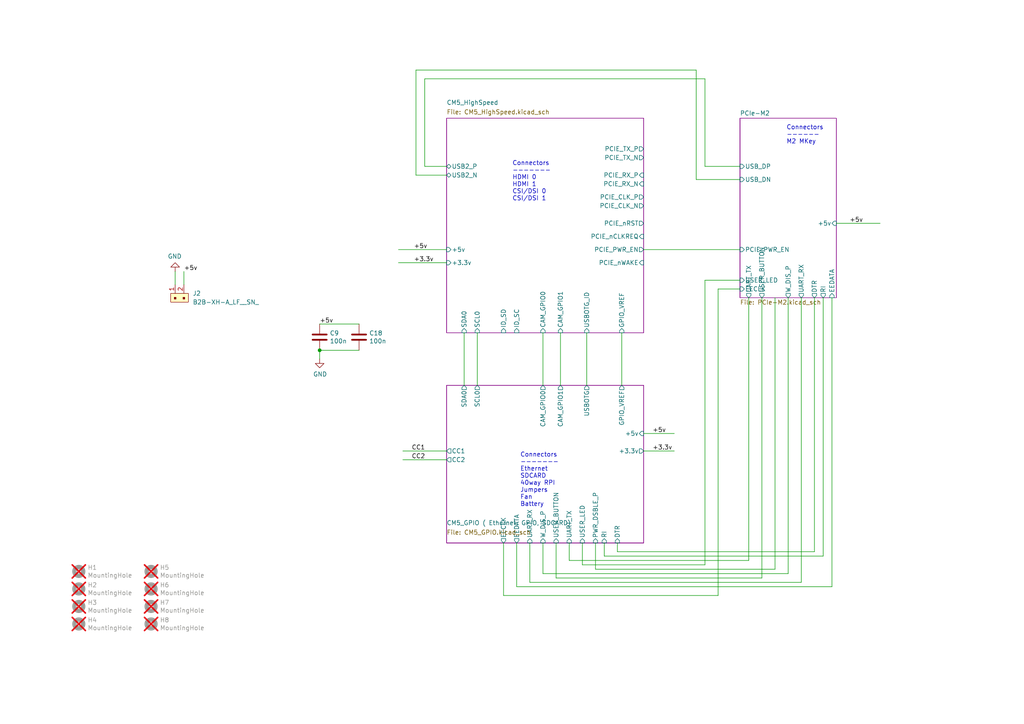
<source format=kicad_sch>
(kicad_sch (version 20250114) (generator "eeschema") (generator_version "9.0")
  (paper "A4")
  (title_block (title "Compute Module 5 IO") (rev "1") (company "E-SMART SOLUTIONS") (comment 1 "Mostafa Bkair"))
  (lib_symbols
    (symbol "Device:C" (pin_numbers (hide yes)) (pin_names (offset 0.254))
      (property "Reference" "C" (at 0.635 2.54 0))
      (property "Value" "C" (at 0.635 -2.54 0))
      (symbol "C_0_1"
        (polyline (pts (xy -2.032 0.762) (xy 2.032 0.762)) (stroke (width 0.508)))
        (polyline (pts (xy -2.032 -0.762) (xy 2.032 -0.762)) (stroke (width 0.508)))
      )
      (symbol "C_1_1"
        (pin passive line (at 0 3.81 270) (length 2.794) (name "~") (number "1"))
        (pin passive line (at 0 -3.81 90) (length 2.794) (name "~") (number "2"))
      )
    )
    (symbol "Mechanical:MountingHole" (pin_names (offset 1.016))
      (property "Reference" "H" (at 0 5.08 0))
      (property "Value" "MountingHole" (at 0 3.175 0))
      (symbol "MountingHole_0_1"
        (circle (center 0 0) (radius 1.27) (stroke (width 1.27)))
      )
    )
    (symbol "dk_Rectangular-Connectors-Headers-Male-Pins:B2B-XH-A_LF__SN_" (pin_names (offset 1.016))
      (property "Reference" "J" (at -2.54 -1.27 0))
      (property "Value" "B2B-XH-A_LF__SN_" (at 1.27 -3.81 0))
      (symbol "B2B-XH-A_LF__SN__1_1"
        (rectangle (start -1.27 0) (end 3.81 -2.54) (fill (type background)))
        (rectangle (start -0.254 -1.143) (end 0.254 -1.651) (fill (type outline)))
        (rectangle (start 2.286 -1.143) (end 2.794 -1.651) (fill (type outline)))
        (pin passive line (at 0 2.54 270) (length 2.54) (name "~") (number "1"))
        (pin passive line (at 2.54 2.54 270) (length 2.54) (name "~") (number "2"))
      )
    )
    (symbol "power:GND" (power) (pin_numbers (hide yes)) (pin_names (offset 0) (hide yes))
      (property "Value" "GND" (at 0 -3.81 0))
      (symbol "GND_0_1"
        (polyline (pts (xy 0 0) (xy 0 -1.27) (xy 1.27 -1.27) (xy 0 -2.54) (xy -1.27 -1.27) (xy 0 -1.27)))
      )
      (symbol "GND_1_1"
        (pin power_in line (at 0 0 270) (length 0) (name "~") (number "1"))
      )
    )
  )
  (text "Connectors\n-------\nEthernet\nSDCARD\n40way RPI\nJumpers\nFan\nBattery" (at 150.876 147.066 0) (effects (font (size 1.27 1.27)) (justify left bottom)))
  (text "Connectors\n------\nM2 MKey" (at 228.092 41.91 0) (effects (font (size 1.27 1.27)) (justify left bottom)))
  (text "Connectors\n-------\nHDMI 0\nHDMI 1\nCSI/DSI 0\nCSI/DSI 1" (at 148.59 58.42 0) (effects (font (size 1.27 1.27)) (justify left bottom)))
  (junction (at 92.71 101.6))
  (wire (pts (xy 228.6 86.36) (xy 228.6 166.37)))
  (wire (pts (xy 238.76 86.36) (xy 238.76 161.29)))
  (wire (pts (xy 153.67 168.91) (xy 232.41 168.91)))
  (wire (pts (xy 115.57 76.2) (xy 129.54 76.2)))
  (wire (pts (xy 186.69 130.81) (xy 195.58 130.81)))
  (wire (pts (xy 186.69 72.39) (xy 214.63 72.39)))
  (wire (pts (xy 180.34 96.52) (xy 180.34 111.76)))
  (wire (pts (xy 153.67 168.91) (xy 153.67 157.48)))
  (wire (pts (xy 50.8 78.74) (xy 50.8 82.55)))
  (wire (pts (xy 146.05 172.72) (xy 146.05 157.48)))
  (wire (pts (xy 134.62 96.52) (xy 134.62 111.76)))
  (wire (pts (xy 208.28 83.82) (xy 208.28 172.72)))
  (wire (pts (xy 208.28 172.72) (xy 146.05 172.72)))
  (wire (pts (xy 204.47 48.26) (xy 214.63 48.26)))
  (wire (pts (xy 92.71 101.6) (xy 104.14 101.6)))
  (wire (pts (xy 204.47 81.28) (xy 204.47 163.83)))
  (wire (pts (xy 149.86 170.18) (xy 241.3 170.18)))
  (wire (pts (xy 228.6 166.37) (xy 157.48 166.37)))
  (wire (pts (xy 53.34 82.55) (xy 53.34 78.74)))
  (wire (pts (xy 138.43 96.52) (xy 138.43 111.76)))
  (wire (pts (xy 165.1 162.56) (xy 165.1 157.48)))
  (wire (pts (xy 120.65 50.8) (xy 120.65 20.32)))
  (wire (pts (xy 116.84 133.35) (xy 129.54 133.35)))
  (wire (pts (xy 157.48 96.52) (xy 157.48 111.76)))
  (wire (pts (xy 157.48 166.37) (xy 157.48 157.48)))
  (wire (pts (xy 149.86 157.48) (xy 149.86 170.18)))
  (wire (pts (xy 214.63 81.28) (xy 204.47 81.28)))
  (wire (pts (xy 162.56 96.52) (xy 162.56 111.76)))
  (wire (pts (xy 92.71 101.6) (xy 92.71 104.14)))
  (wire (pts (xy 170.18 96.52) (xy 170.18 111.76)))
  (wire (pts (xy 129.54 50.8) (xy 120.65 50.8)))
  (wire (pts (xy 92.71 93.98) (xy 104.14 93.98)))
  (wire (pts (xy 161.29 157.48) (xy 161.29 167.64)))
  (wire (pts (xy 242.57 64.77) (xy 255.27 64.77)))
  (wire (pts (xy 201.93 20.32) (xy 201.93 52.07)))
  (wire (pts (xy 175.26 161.29) (xy 175.26 157.48)))
  (wire (pts (xy 236.22 160.02) (xy 236.22 86.36)))
  (wire (pts (xy 165.1 162.56) (xy 217.17 162.56)))
  (wire (pts (xy 179.07 157.48) (xy 179.07 160.02)))
  (wire (pts (xy 224.79 165.1) (xy 224.79 86.36)))
  (wire (pts (xy 214.63 83.82) (xy 208.28 83.82)))
  (wire (pts (xy 232.41 86.36) (xy 232.41 168.91)))
  (wire (pts (xy 204.47 22.86) (xy 204.47 48.26)))
  (wire (pts (xy 123.19 48.26) (xy 123.19 22.86)))
  (wire (pts (xy 168.91 163.83) (xy 204.47 163.83)))
  (wire (pts (xy 186.69 125.73) (xy 195.58 125.73)))
  (wire (pts (xy 168.91 163.83) (xy 168.91 157.48)))
  (wire (pts (xy 120.65 20.32) (xy 201.93 20.32)))
  (wire (pts (xy 201.93 52.07) (xy 214.63 52.07)))
  (wire (pts (xy 116.84 130.81) (xy 129.54 130.81)))
  (wire (pts (xy 179.07 160.02) (xy 236.22 160.02)))
  (wire (pts (xy 115.57 72.39) (xy 129.54 72.39)))
  (wire (pts (xy 172.72 157.48) (xy 172.72 165.1)))
  (wire (pts (xy 129.54 48.26) (xy 123.19 48.26)))
  (wire (pts (xy 172.72 165.1) (xy 224.79 165.1)))
  (wire (pts (xy 161.29 167.64) (xy 220.98 167.64)))
  (wire (pts (xy 123.19 22.86) (xy 204.47 22.86)))
  (wire (pts (xy 241.3 170.18) (xy 241.3 86.36)))
  (wire (pts (xy 238.76 161.29) (xy 175.26 161.29)))
  (wire (pts (xy 220.98 167.64) (xy 220.98 86.36)))
  (wire (pts (xy 217.17 162.56) (xy 217.17 86.36)))
  (label "+5v" (at 92.71 93.98 0))
  (label "CC1" (at 119.38 130.81 0))
  (label "CC2" (at 119.38 133.35 0))
  (label "+5v" (at 246.38 64.77 0))
  (label "+5v" (at 189.23 125.73 0))
  (label "+5v" (at 120.015 72.39 0))
  (label "+3.3v" (at 189.23 130.81 0))
  (label "+5v" (at 53.34 78.74 0))
  (label "+3.3v" (at 120.015 76.2 0))
  (symbol (lib_id "Mechanical:MountingHole") (at 22.86 180.975 0) (unit 1) (exclude_from_sim yes) (in_bom no) (dnp yes)
    (property "Reference" "H4" (at 25.4 179.832 0) (effects (justify left)))
    (property "Value" "MountingHole" (at 25.4 182.118 0) (effects (justify left)))
    (property "Footprint" "CM5IO:MountingHole_2.7mm_M2.5_DIN965" (effects (hide yes)))
    (property "Field4" "nf" (effects (hide yes)))
    (property "Field5" "nf" (effects (hide yes)))
    (property "Field6" "nf" (effects (hide yes)))
    (property "Field7" "nf" (effects (hide yes)))
    (property "Part Description" "M2.5 mounting hole" (effects (hide yes)))
  )
  (symbol (lib_id "Mechanical:MountingHole") (at 22.86 175.895 0) (unit 1) (exclude_from_sim yes) (in_bom no) (dnp yes)
    (property "Reference" "H3" (at 25.4 174.752 0) (effects (justify left)))
    (property "Value" "MountingHole" (at 25.4 177.038 0) (effects (justify left)))
    (property "Footprint" "CM5IO:MountingHole_2.7mm_M2.5_DIN965" (effects (hide yes)))
    (property "Field4" "nf" (effects (hide yes)))
    (property "Field5" "nf" (effects (hide yes)))
    (property "Field6" "nf" (effects (hide yes)))
    (property "Field7" "nf" (effects (hide yes)))
    (property "Part Description" "M2.5 mounting hole" (effects (hide yes)))
  )
  (symbol (lib_id "Mechanical:MountingHole") (at 22.86 170.815 0) (unit 1) (exclude_from_sim yes) (in_bom no) (dnp yes)
    (property "Reference" "H2" (at 25.4 169.672 0) (effects (justify left)))
    (property "Value" "MountingHole" (at 25.4 171.958 0) (effects (justify left)))
    (property "Footprint" "CM5IO:MountingHole_2.7mm_M2.5_DIN965" (effects (hide yes)))
    (property "Field4" "nf" (effects (hide yes)))
    (property "Field5" "nf" (effects (hide yes)))
    (property "Field6" "nf" (effects (hide yes)))
    (property "Field7" "nf" (effects (hide yes)))
    (property "Part Description" "M2.5 mounting hole" (effects (hide yes)))
  )
  (symbol (lib_id "Mechanical:MountingHole") (at 22.86 165.735 0) (unit 1) (exclude_from_sim yes) (in_bom no) (dnp yes)
    (property "Reference" "H1" (at 25.4 164.592 0) (effects (justify left)))
    (property "Value" "MountingHole" (at 25.4 166.878 0) (effects (justify left)))
    (property "Footprint" "CM5IO:MountingHole_2.7mm_M2.5_DIN965" (effects (hide yes)))
    (property "Field4" "nf" (effects (hide yes)))
    (property "Field5" "nf" (effects (hide yes)))
    (property "Field6" "nf" (effects (hide yes)))
    (property "Field7" "nf" (effects (hide yes)))
    (property "Part Description" "M2.5 mounting hole" (effects (hide yes)))
  )
  (symbol (lib_id "Mechanical:MountingHole") (at 43.815 165.735 0) (unit 1) (exclude_from_sim yes) (in_bom no) (dnp yes)
    (property "Reference" "H5" (at 46.355 164.592 0) (effects (justify left)))
    (property "Value" "MountingHole" (at 46.355 166.878 0) (effects (justify left)))
    (property "Footprint" "CM5IO:MountingHole_2.7mm_M2.5_DIN965" (effects (hide yes)))
    (property "Field4" "nf" (effects (hide yes)))
    (property "Field5" "nf" (effects (hide yes)))
    (property "Field6" "nf" (effects (hide yes)))
    (property "Field7" "nf" (effects (hide yes)))
    (property "Part Description" "M2.5 mounting hole" (effects (hide yes)))
  )
  (symbol (lib_id "Mechanical:MountingHole") (at 43.815 180.975 0) (unit 1) (exclude_from_sim yes) (in_bom no) (dnp yes)
    (property "Reference" "H8" (at 46.355 179.832 0) (effects (justify left)))
    (property "Value" "MountingHole" (at 46.355 182.118 0) (effects (justify left)))
    (property "Footprint" "CM5IO:MountingHole_2.7mm_M2.5_DIN965" (effects (hide yes)))
    (property "Field4" "nf" (effects (hide yes)))
    (property "Field5" "nf" (effects (hide yes)))
    (property "Field6" "nf" (effects (hide yes)))
    (property "Field7" "nf" (effects (hide yes)))
    (property "Part Description" "M2.5 mounting hole" (effects (hide yes)))
  )
  (symbol (lib_id "Mechanical:MountingHole") (at 43.815 175.895 0) (unit 1) (exclude_from_sim yes) (in_bom no) (dnp yes)
    (property "Reference" "H7" (at 46.355 174.752 0) (effects (justify left)))
    (property "Value" "MountingHole" (at 46.355 177.038 0) (effects (justify left)))
    (property "Footprint" "CM5IO:MountingHole_2.7mm_M2.5_DIN965" (effects (hide yes)))
    (property "Field4" "nf" (effects (hide yes)))
    (property "Field5" "nf" (effects (hide yes)))
    (property "Field6" "nf" (effects (hide yes)))
    (property "Field7" "nf" (effects (hide yes)))
    (property "Part Description" "M2.5 mounting hole" (effects (hide yes)))
  )
  (symbol (lib_id "Mechanical:MountingHole") (at 43.815 170.815 0) (unit 1) (exclude_from_sim yes) (in_bom no) (dnp yes)
    (property "Reference" "H6" (at 46.355 169.672 0) (effects (justify left)))
    (property "Value" "MountingHole" (at 46.355 171.958 0) (effects (justify left)))
    (property "Footprint" "CM5IO:MountingHole_2.7mm_M2.5_DIN965" (effects (hide yes)))
    (property "Field4" "nf" (effects (hide yes)))
    (property "Field5" "nf" (effects (hide yes)))
    (property "Field6" "nf" (effects (hide yes)))
    (property "Field7" "nf" (effects (hide yes)))
    (property "Part Description" "M2.5 mounting hole" (effects (hide yes)))
  )
  (symbol (lib_id "Device:C") (at 104.14 97.79 0) (unit 1)
    (property "Reference" "C18" (at 107.061 96.6216 0) (effects (justify left)))
    (property "Value" "100n" (at 107.061 98.933 0) (effects (justify left)))
    (property "Footprint" "Capacitor_SMD:C_0402_1005Metric" (effects (hide yes)))
    (property "Datasheet" "https://search.murata.co.jp/Ceramy/image/img/A01X/G101/ENG/GRM155R71C104KA88-01.pdf" (effects (hide yes)))
    (property "Field4" "Farnell" (effects (hide yes)))
    (property "Field5" "2611911" (effects (hide yes)))
    (property "Field6" "RM EMK105 B7104KV-F" (effects (hide yes)))
    (property "Field7" "TAIYO YUDEN EUROPE GMBH" (effects (hide yes)))
    (property "Field8" "110091611" (effects (hide yes)))
    (property "Part Description" "	0.1uF 10% 16V Ceramic Capacitor X7R 0402 (1005 Metric)" (effects (hide yes)))
  )
  (symbol (lib_id "dk_Rectangular-Connectors-Headers-Male-Pins:B2B-XH-A_LF__SN_") (at 50.8 85.09 0) (unit 1)
    (property "Reference" "J2" (at 55.88 85.0899 0) (effects (justify left)))
    (property "Value" "B2B-XH-A_LF__SN_" (at 55.88 87.6299 0) (effects (justify left)))
    (property "Footprint" "digikey-footprints:PinHeader_1x2_P2.5mm_Drill1.1mm" (effects (hide yes)))
    (property "Datasheet" "http://www.jst-mfg.com/product/pdf/eng/eXH.pdf" (effects (hide yes)))
    (property "Description" "CONN HEADER VERT 2POS 2.5MM" (effects (hide yes)))
    (property "Digi-Key_PN" "455-2247-ND" (effects (hide yes)))
    (property "MPN" "B2B-XH-A(LF)(SN)" (effects (hide yes)))
    (property "Category" "Connectors, Interconnects" (effects (hide yes)))
    (property "Family" "Rectangular Connectors - Headers, Male Pins" (effects (hide yes)))
    (property "DK_Datasheet_Link" "http://www.jst-mfg.com/product/pdf/eng/eXH.pdf" (effects (hide yes)))
    (property "DK_Detail_Page" "/product-detail/en/jst-sales-america-inc/B2B-XH-A(LF)(SN)/455-2247-ND/1651045" (effects (hide yes)))
    (property "Description_1" "CONN HEADER VERT 2POS 2.5MM" (effects (hide yes)))
    (property "Manufacturer" "JST Sales America Inc." (effects (hide yes)))
    (property "Status" "Active" (effects (hide yes)))
  )
  (symbol (lib_id "Device:C") (at 92.71 97.79 0) (unit 1)
    (property "Reference" "C9" (at 95.631 96.6216 0) (effects (justify left)))
    (property "Value" "100n" (at 95.631 98.933 0) (effects (justify left)))
    (property "Footprint" "Capacitor_SMD:C_0402_1005Metric" (effects (hide yes)))
    (property "Datasheet" "https://search.murata.co.jp/Ceramy/image/img/A01X/G101/ENG/GRM155R71C104KA88-01.pdf" (effects (hide yes)))
    (property "Field4" "Farnell" (effects (hide yes)))
    (property "Field5" "2611911" (effects (hide yes)))
    (property "Field6" "RM EMK105 B7104KV-F" (effects (hide yes)))
    (property "Field7" "TAIYO YUDEN EUROPE GMBH" (effects (hide yes)))
    (property "Field8" "110091611" (effects (hide yes)))
    (property "Part Description" "	0.1uF 10% 16V Ceramic Capacitor X7R 0402 (1005 Metric)" (effects (hide yes)))
  )
  (symbol (lib_id "power:GND") (at 50.8 78.74 180) (unit 1)
    (property "Reference" "#PWR063" (effects (hide yes)))
    (property "Value" "GND" (at 50.673 74.3458 0))
    (property "Description" "Power symbol creates a global label with name \"GND\" , ground" (effects (hide yes)))
  )
  (symbol (lib_id "power:GND") (at 92.71 104.14 0) (unit 1)
    (property "Reference" "#PWR013" (effects (hide yes)))
    (property "Value" "GND" (at 92.837 108.5342 0))
    (property "Description" "Power symbol creates a global label with name \"GND\" , ground" (effects (hide yes)))
  )
  (sheet (at 129.54 111.76) (size 57.15 45.72) (stroke (width 0.1524) (color 132 0 132 1)) (fill (color 255 255 255 0.0000))
    (property "Sheetname" "CM5_GPIO ( Ethernet, GPIO, SDCARD)" (at 129.54 152.4 0) (effects (justify left bottom)))
    (property "Sheetfile" "CM5_GPIO.kicad_sch" (at 129.54 153.67 0) (effects (justify left top)))
    (pin "SCL0" output (at 138.43 111.76 90))
    (pin "SDA0" output (at 134.62 111.76 90))
    (pin "+5v" input (at 186.69 125.73 0))
    (pin "+3.3v" output (at 186.69 130.81 0))
    (pin "GPIO_VREF" output (at 180.34 111.76 90))
    (pin "CAM_GPIO0" output (at 157.48 111.76 90))
    (pin "CAM_GPIO1" output (at 162.56 111.76 90))
    (pin "CC1" output (at 129.54 130.81 180))
    (pin "USBOTG" output (at 170.18 111.76 90))
    (pin "CC2" output (at 129.54 133.35 180))
    (pin "DTR" input (at 179.07 157.48 270))
    (pin "RI" input (at 175.26 157.48 270))
    (pin "PWR_DSBLE_P" input (at 172.72 157.48 270))
    (pin "USER_LED" input (at 168.91 157.48 270))
    (pin "UART_TX" input (at 165.1 157.48 270))
    (pin "USER_BUTTON" input (at 161.29 157.48 270))
    (pin "W_DIS_P" input (at 157.48 157.48 270))
    (pin "UART_RX" input (at 153.67 157.48 270))
    (pin "EEDATA" output (at 149.86 157.48 270))
    (pin "EECLK" output (at 146.05 157.48 270))
  )
  (sheet (at 129.54 34.29) (size 57.15 62.23) (stroke (width 0.1524) (color 132 0 132 1)) (fill (color 255 255 255 0.0000))
    (property "Sheetname" "CM5_HighSpeed" (at 129.54 30.48 0) (effects (justify left bottom)))
    (property "Sheetfile" "CM5_HighSpeed.kicad_sch" (at 129.54 31.75 0) (effects (justify left top)))
    (pin "USB2_N" bidirectional (at 129.54 50.8 180))
    (pin "USB2_P" bidirectional (at 129.54 48.26 180))
    (pin "ID_SC" input (at 149.86 96.52 270))
    (pin "ID_SD" input (at 146.05 96.52 270))
    (pin "SCL0" input (at 138.43 96.52 270))
    (pin "SDA0" input (at 134.62 96.52 270))
    (pin "+5v" input (at 129.54 72.39 180))
    (pin "PCIE_CLK_P" output (at 186.69 57.15 0))
    (pin "PCIE_CLK_N" output (at 186.69 59.69 0))
    (pin "PCIE_TX_P" output (at 186.69 43.18 0))
    (pin "PCIE_TX_N" output (at 186.69 45.72 0))
    (pin "PCIE_nRST" output (at 186.69 64.77 0))
    (pin "PCIE_RX_P" input (at 186.69 50.8 0))
    (pin "PCIE_RX_N" input (at 186.69 53.34 0))
    (pin "PCIE_nCLKREQ" input (at 186.69 68.58 0))
    (pin "+3.3v" input (at 129.54 76.2 180))
    (pin "USBOTG_ID" input (at 170.18 96.52 270))
    (pin "GPIO_VREF" input (at 180.34 96.52 270))
    (pin "PCIE_PWR_EN" output (at 186.69 72.39 0))
    (pin "PCIE_nWAKE" input (at 186.69 76.2 0))
    (pin "CAM_GPIO0" input (at 157.48 96.52 270))
    (pin "CAM_GPIO1" input (at 162.56 96.52 270))
  )
  (sheet (at 214.63 34.29) (size 27.94 52.07) (stroke (width 0.152) (color 132 0 132 1)) (fill (color 255 255 255 0.0000))
    (property "Sheetname" "PCIe-M2" (at 214.63 33.5786 0) (effects (justify left bottom)))
    (property "Sheetfile" "PCIe-M2.kicad_sch" (at 214.63 86.9444 0) (effects (justify left top)))
    (pin "+5v" input (at 242.57 64.77 0))
    (pin "PCIE_PWR_EN" input (at 214.63 72.39 180))
    (pin "UART_TX" output (at 217.17 86.36 270))
    (pin "USER_BUTTON" output (at 220.98 86.36 270))
    (pin "W_DIS_P" output (at 228.6 86.36 270))
    (pin "UART_RX" output (at 232.41 86.36 270))
    (pin "DTR" output (at 236.22 86.36 270))
    (pin "RI" output (at 238.76 86.36 270))
    (pin "EEDATA" input (at 241.3 86.36 270))
    (pin "EECLK" input (at 214.63 83.82 180))
    (pin "USER_LED" input (at 214.63 81.28 180))
    (pin "USB_DP" input (at 214.63 48.26 180))
    (pin "USB_DN" input (at 214.63 52.07 180))
  )
)
</source>
